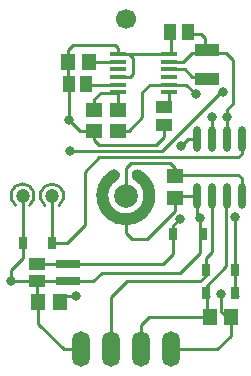
<source format=gbr>
%TF.GenerationSoftware,Altium Limited,Altium Designer,18.1.9 (240)*%
G04 Layer_Physical_Order=2*
G04 Layer_Color=16711680*
%FSLAX45Y45*%
%MOMM*%
%TF.FileFunction,Copper,L2,Bot,Signal*%
%TF.Part,Single*%
G01*
G75*
%TA.AperFunction,Conductor*%
%ADD12C,0.25400*%
%TA.AperFunction,ComponentPad*%
%ADD14C,1.20000*%
%TA.AperFunction,ViaPad*%
%ADD15C,0.80000*%
%ADD16C,1.70000*%
%TA.AperFunction,Conductor*%
%ADD17C,1.00000*%
%TA.AperFunction,NonConductor*%
%ADD18C,0.25400*%
%TA.AperFunction,SMDPad,CuDef*%
%ADD19O,0.60000X2.20000*%
%ADD20R,2.10000X0.70000*%
%ADD21O,1.52400X3.00000*%
%ADD22C,0.50000*%
%ADD23C,2.00000*%
%ADD24R,0.80000X1.00000*%
%ADD25R,2.00000X1.00000*%
%ADD26R,1.40000X1.10000*%
%ADD27R,1.20000X1.40000*%
%ADD28R,1.10000X1.40000*%
%ADD29R,1.40000X1.20000*%
%ADD30R,1.39700X0.43180*%
D12*
X2025000Y701500D02*
X2051500Y675000D01*
X1100000Y1210000D02*
Y1325000D01*
X1699500Y1365501D02*
Y1522847D01*
Y1365501D02*
X1725000Y1340000D01*
X1826500Y1267382D02*
Y1522847D01*
Y1267382D02*
X1828100Y1265782D01*
Y1134218D02*
Y1265782D01*
X1826500Y1132618D02*
X1828100Y1134218D01*
X1826500Y1051500D02*
Y1132618D01*
X1775000Y1000000D02*
X1826500Y1051500D01*
X2052379Y1852031D02*
X2080500Y1880152D01*
X872031Y1852031D02*
X2052379D01*
X2080500Y1880152D02*
Y2002847D01*
X1627847D02*
X1699500D01*
X1567500Y1942500D02*
X1627847Y2002847D01*
X1407674Y1902847D02*
X1804827Y2300000D01*
X1807153D01*
X1280653Y1160000D02*
X1476900Y1356247D01*
X1150000Y1160000D02*
X1280653D01*
X1100000Y1210000D02*
X1150000Y1160000D01*
X1908100Y542200D02*
X1946900Y503400D01*
X1908100Y542200D02*
Y691900D01*
X1943500Y500000D02*
X1946900Y503400D01*
X1725000Y1043480D02*
Y1175000D01*
X1556520Y875000D02*
X1725000Y1043480D01*
Y1225000D02*
Y1340000D01*
Y1225000D02*
X1750000Y1200000D01*
X1946900Y928018D02*
Y1516247D01*
X1775000Y900000D02*
Y1000000D01*
X1785000Y658501D02*
X1801500Y675000D01*
X1785000Y500000D02*
Y658501D01*
X1775000Y700000D02*
Y756118D01*
X1946900Y928018D01*
X1775000Y846842D02*
Y900000D01*
X1728158Y800000D02*
X1775000Y846842D01*
X1110000Y800000D02*
X1728158D01*
X750000Y1275000D02*
Y1730000D01*
X600000Y1125000D02*
X750000Y1275000D01*
X475000Y1125000D02*
X600000D01*
X475000D02*
Y1525000D01*
X225000Y1000000D02*
Y1125000D01*
X125000Y900000D02*
X225000Y1000000D01*
X125000Y800000D02*
Y900000D01*
X225000Y1125000D02*
Y1525000D01*
X1530000Y1725000D02*
X1555000Y1700000D01*
X1140882Y1800000D02*
X1477709D01*
X1100000Y1759118D02*
X1140882Y1800000D01*
X1477709D02*
X1501608Y1776100D01*
X625000Y1902847D02*
X1407674D01*
X871353Y1953647D02*
X1353647D01*
X1807153Y2300000D02*
X1916072Y2408919D01*
X750000Y1730000D02*
X872031Y1852031D01*
X575000Y225000D02*
X721000D01*
X360000Y440000D02*
X575000Y225000D01*
X360000Y440000D02*
Y625000D01*
X1127440Y2725407D02*
X1468440D01*
X1031560D02*
X1127440D01*
X1031560D02*
Y2773440D01*
X1005000Y2800000D02*
X1031560Y2773440D01*
X650000Y2800000D02*
X1005000D01*
X610001Y2760001D02*
X650000Y2800000D01*
X610001Y2659367D02*
Y2760001D01*
X2025000Y900000D02*
Y1344499D01*
X1500000Y1035000D02*
Y1200000D01*
X1415000Y950000D02*
X1500000Y1035000D01*
X610000Y950000D02*
X1415000D01*
X1500000Y1200000D02*
Y1272942D01*
X1552058Y1325000D01*
X1555000D01*
X895000Y875000D02*
X1556520D01*
X350000Y635000D02*
Y800000D01*
Y635000D02*
X360000Y625000D01*
X350000Y800000D02*
X610000D01*
X125000D02*
X350000D01*
X540000Y625000D02*
X590000Y675000D01*
X675000D01*
X375001Y950000D02*
X610000D01*
X820000Y800000D02*
X895000Y875000D01*
X610000Y800000D02*
X820000D01*
X975000Y665000D02*
X1110000Y800000D01*
X1516748Y1397197D02*
Y1510000D01*
X1476900Y1357350D02*
X1516748Y1397197D01*
X1476900Y1356247D02*
Y1357350D01*
X2025000Y701500D02*
Y900000D01*
X1299200Y499200D02*
X1784200D01*
X1229000Y429000D02*
X1299200Y499200D01*
X1229000Y225000D02*
Y429000D01*
X975000Y225000D02*
Y665000D01*
X1990000Y340000D02*
Y500000D01*
X1784200Y499200D02*
X1785000Y500000D01*
X1946900Y1516247D02*
X1953500Y1522847D01*
X1502058Y1776100D02*
X1516748Y1761411D01*
X1501608Y1776100D02*
X1502058D01*
X1875000Y225000D02*
X1990000Y340000D01*
X1483000Y225000D02*
X1875000D01*
X1950000Y2039347D02*
X1970000Y2019347D01*
X1100000Y1575000D02*
Y1759118D01*
X1516748Y1716748D02*
Y1761411D01*
X615000Y2167847D02*
Y2472847D01*
X1516748Y1510000D02*
X1529594Y1522847D01*
X1699500D01*
X2052847Y1700000D02*
X2080500Y1672347D01*
X1555000Y1700000D02*
X2052847D01*
X1516748Y1690000D02*
Y1716748D01*
X1526424Y1726424D01*
X1530000Y1730000D01*
Y1725000D02*
Y1730000D01*
Y1722847D02*
Y1725000D01*
X1527847D02*
X1530000D01*
X1526424Y1726424D02*
X1527847Y1725000D01*
X1948020Y2729827D02*
X2003096Y2674751D01*
X1960000Y2260000D02*
X2003096Y2303096D01*
Y2674751D01*
X1825000Y2004347D02*
X1826500Y2002847D01*
X1825000Y2004347D02*
Y2192847D01*
X1425000Y2025000D02*
Y2125000D01*
X1353647Y1953647D02*
X1425000Y2025000D01*
X1606520Y2466327D02*
X1690000Y2382847D01*
X1960000Y2192847D02*
Y2260000D01*
Y2049347D02*
Y2192847D01*
X1950000Y2039347D02*
X1960000Y2049347D01*
X1770000Y2729827D02*
X1948020D01*
X615000Y2167847D02*
X710000Y2072847D01*
X830000Y1995000D02*
X871353Y1953647D01*
X1527847Y1725000D02*
X1530000Y1722847D01*
X830000Y1995000D02*
Y2072847D01*
X1240000Y2190000D02*
Y2402847D01*
X1122847Y2072847D02*
X1240000Y2190000D01*
X1030000Y2072847D02*
X1122847D01*
X1953500Y2002847D02*
X1970000Y2019347D01*
X610001Y2477847D02*
X615000Y2472847D01*
X610001Y2477847D02*
Y2659367D01*
X1031560D02*
X1031560Y2659367D01*
X790000Y2659367D02*
X1031560D01*
X765000Y2466327D02*
X1031560D01*
X1468440Y2725407D02*
X1485000Y2741967D01*
Y2892847D01*
X1635000D02*
X1740000D01*
X1770000Y2862847D01*
Y2729827D02*
Y2862847D01*
X1468440Y2466327D02*
X1606520D01*
X1468440Y2266288D02*
Y2400287D01*
X1465000Y2262847D02*
X1468440Y2266288D01*
X1127440Y2725407D02*
X1160000Y2692847D01*
Y2552847D02*
Y2692847D01*
X1136980Y2529827D02*
X1160000Y2552847D01*
X1031560Y2529827D02*
X1136980D01*
X1303480Y2466327D02*
X1468440D01*
X1240000Y2402847D02*
X1303480Y2466327D01*
X710000Y2072847D02*
X830000D01*
X885880Y2398727D02*
X1030000D01*
X830000Y2342847D02*
X885880Y2398727D01*
X830000Y2252847D02*
Y2342847D01*
X1030000Y2252847D02*
Y2398727D01*
X1468440Y2595867D02*
X1596980D01*
X1663020Y2529827D01*
X1770000D01*
X1468440Y2659367D02*
X1586520D01*
X1656980Y2729827D01*
X1770000D01*
X2080500Y1522847D02*
Y1672347D01*
D14*
X225000Y1525000D02*
D03*
X475000D02*
D03*
D15*
X1567500Y1942500D02*
D03*
X1725000Y1340000D02*
D03*
X1908100Y691900D02*
D03*
X2025000Y1344499D02*
D03*
X625000Y1902847D02*
D03*
X125000Y800000D02*
D03*
X1555000Y1325000D02*
D03*
X675000Y675000D02*
D03*
X615000Y2167847D02*
D03*
X1924996Y2399995D02*
D03*
X1690000Y2382847D02*
D03*
X1825000Y2192847D02*
D03*
X1960000D02*
D03*
D16*
X1100000Y3025000D02*
D03*
D17*
Y1325000D02*
G03*
X1200000Y1698205I0J200000D01*
G01*
X1000000D02*
G03*
X1100000Y1325000I100000J-173205D01*
G01*
D18*
X285000Y1445000D02*
G03*
X165000Y1445000I-60000J80000D01*
G01*
X535000D02*
G03*
X415000Y1445000I-60000J80000D01*
G01*
D19*
X1699500Y2002847D02*
D03*
X1826500D02*
D03*
X1953500D02*
D03*
X2080500D02*
D03*
X1699500Y1522847D02*
D03*
X1826500D02*
D03*
X1953500D02*
D03*
X2080500D02*
D03*
D20*
X610000Y950000D02*
D03*
Y800000D02*
D03*
D21*
X1483000Y225000D02*
D03*
X1229000D02*
D03*
X975000D02*
D03*
X721000D02*
D03*
D22*
X1100000Y1325000D02*
D03*
D23*
Y1525000D02*
D03*
D24*
X1500000Y1200000D02*
D03*
X1750000D02*
D03*
X1775000Y700000D02*
D03*
X2025000D02*
D03*
X1775000Y900000D02*
D03*
X2025000D02*
D03*
X475000Y1125000D02*
D03*
X225000D02*
D03*
D25*
X1784200Y2760001D02*
D03*
Y2510001D02*
D03*
D26*
X350000Y950000D02*
D03*
Y800000D02*
D03*
X1425000Y2275000D02*
D03*
Y2125000D02*
D03*
D27*
X1810000Y500000D02*
D03*
X1990000D02*
D03*
X360000Y625000D02*
D03*
X540000D02*
D03*
X610001Y2659367D02*
D03*
X790000D02*
D03*
D28*
X1627058Y2912500D02*
D03*
X1477058D02*
D03*
X615000Y2472847D02*
D03*
X765000D02*
D03*
D29*
X1030000Y2252847D02*
D03*
Y2072847D02*
D03*
X830000Y2072847D02*
D03*
Y2252847D02*
D03*
X1516748Y1510000D02*
D03*
Y1690000D02*
D03*
D30*
X1031560Y2400287D02*
D03*
Y2466327D02*
D03*
Y2529827D02*
D03*
Y2595867D02*
D03*
Y2659367D02*
D03*
Y2725407D02*
D03*
X1468440D02*
D03*
Y2659367D02*
D03*
Y2595867D02*
D03*
Y2529827D02*
D03*
Y2466327D02*
D03*
Y2400287D02*
D03*
%TF.MD5,570c020c4c25027aa535549d8d5b37c1*%
M02*

</source>
